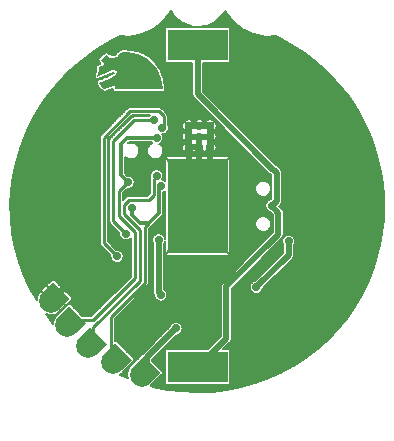
<source format=gbl>
G04 DipTrace 2.4.0.2*
%INcircle.gbl*%
%MOMM*%
%ADD13C,0.508*%
%ADD15C,0.254*%
%ADD16C,0.305*%
%ADD18C,0.152*%
%ADD25C,0.711*%
%ADD37R,5.08X2.6*%
%ADD38R,5.08X8.0*%
%ADD43C,2.0*%
%ADD45C,0.711*%
%FSLAX53Y53*%
G04*
G71*
G90*
G75*
G01*
%LNBottom*%
%LPD*%
X34305Y23486D2*
D13*
Y22346D1*
X31569Y19609D1*
X23307Y23620D2*
Y19130D1*
X23477Y18961D1*
X21854Y12189D2*
X22296Y12631D1*
Y13670D1*
X24762Y16136D1*
X28768Y26485D2*
X26618D1*
X26738Y32361D2*
Y26605D1*
X26618Y26485D1*
X26738Y32361D2*
Y31461D1*
X25838D1*
Y32361D1*
Y33261D1*
X26738D1*
X27638D1*
Y32361D1*
Y31461D1*
X28788Y23319D2*
Y24315D1*
X26618Y26485D1*
X27183Y29351D2*
Y27051D1*
X26618Y26485D1*
X26738Y31461D2*
Y29796D1*
X27183Y29351D1*
X26738Y32361D2*
X25838D1*
Y27265D1*
X26618Y26485D1*
X27638Y32361D2*
Y27505D1*
X26618Y26485D1*
X27638Y32361D2*
X26738D1*
X25116Y23515D2*
Y24984D1*
X26618Y26485D1*
X14174Y18462D2*
X14616Y18904D1*
X17965Y22334D2*
Y22253D1*
X14616Y18904D1*
X21029Y26342D2*
D16*
Y25766D1*
X21712Y25083D1*
X22513D1*
X23337Y25908D1*
Y27992D1*
X23524Y28179D1*
X19898Y13728D2*
D15*
X19250D1*
Y17086D1*
X22168Y20003D1*
Y24738D1*
X22513Y25083D1*
X19456Y13286D2*
D13*
X19898Y13728D1*
X23125Y32268D2*
D16*
X20652D1*
X20110Y31726D1*
Y29099D1*
X20707Y28501D1*
X16004Y16859D2*
D15*
X17745D1*
X21264Y20377D1*
Y24324D1*
X19952Y25636D1*
Y27746D1*
X20707Y28501D1*
X15562Y16417D2*
D13*
X16004Y16859D1*
X17761Y15064D2*
D15*
Y16249D1*
X21684Y20172D1*
Y24495D1*
X20358Y25820D1*
Y26594D1*
X20791Y27027D1*
X22484D1*
X22877Y27420D1*
Y28798D1*
X23130Y29051D1*
X17319Y14622D2*
D13*
X17761Y15064D1*
X26618Y40125D2*
Y35929D1*
X32983Y29563D1*
X33035D1*
X33296Y29303D1*
Y26936D1*
X32888Y26528D1*
Y26461D1*
X33427Y25921D1*
Y24068D1*
X29041Y19681D1*
Y15268D1*
X26618Y12845D1*
X22911Y33741D2*
D15*
X21211D1*
X19452Y31982D1*
Y25213D1*
X20517Y24148D1*
X23597Y33115D2*
Y33204D1*
X23716Y33323D1*
Y34120D1*
X23320Y34516D1*
X20892D1*
X18647Y32271D1*
Y23353D1*
X19772Y22227D1*
D45*
X28768Y26485D3*
X21029Y26342D3*
X20707Y28501D3*
X23125Y32268D3*
X23524Y28179D3*
X27183Y29351D3*
X31569Y19609D3*
X33370Y19850D3*
X28788Y23319D3*
X34305Y23486D3*
X32888Y26528D3*
X20517Y24148D3*
X19772Y22227D3*
X23307Y23620D3*
X25116Y23515D3*
X23477Y18961D3*
X23597Y33115D3*
X22911Y33741D3*
X23130Y29051D3*
X17965Y22334D3*
X24762Y16136D3*
X24181Y42787D2*
D18*
X24439D1*
X28796D2*
X29054D1*
X24069Y42638D2*
X24551D1*
X28687D2*
X29166D1*
X23957Y42489D2*
X24677D1*
X28558D2*
X29278D1*
X23848Y42340D2*
X24827D1*
X28408D2*
X29387D1*
X23734Y42191D2*
X25003D1*
X28232D2*
X29501D1*
X23553Y42042D2*
X25218D1*
X28017D2*
X29682D1*
X23372Y41893D2*
X25491D1*
X27744D2*
X29863D1*
X23191Y41744D2*
X25894D1*
X27344D2*
X30044D1*
X23007Y41595D2*
X23853D1*
X29382D2*
X30225D1*
X22772Y41446D2*
X23853D1*
X29382D2*
X30463D1*
X22460Y41297D2*
X23853D1*
X29382D2*
X30775D1*
X22148Y41148D2*
X23853D1*
X29382D2*
X31087D1*
X21717Y40999D2*
X23853D1*
X29382D2*
X31518D1*
X20047Y40849D2*
X20169D1*
X20990D2*
X23853D1*
X29382D2*
X32242D1*
X33056D2*
X33188D1*
X19743Y40700D2*
X23853D1*
X29382D2*
X33492D1*
X19438Y40551D2*
X23853D1*
X29382D2*
X33797D1*
X19162Y40402D2*
X23853D1*
X29382D2*
X34081D1*
X18897Y40253D2*
X23853D1*
X29382D2*
X34340D1*
X18635Y40104D2*
X23853D1*
X29382D2*
X34602D1*
X18390Y39955D2*
X23853D1*
X29382D2*
X34859D1*
X18159Y39806D2*
X23853D1*
X29382D2*
X35083D1*
X17928Y39657D2*
X20046D1*
X21224D2*
X23853D1*
X29382D2*
X35309D1*
X17702Y39508D2*
X18822D1*
X18995D2*
X19815D1*
X21783D2*
X23853D1*
X29382D2*
X35536D1*
X17497Y39359D2*
X18614D1*
X19173D2*
X19667D1*
X22105D2*
X23853D1*
X29382D2*
X35750D1*
X17295Y39210D2*
X18436D1*
X22369D2*
X23853D1*
X29382D2*
X35947D1*
X17090Y39061D2*
X18255D1*
X22610D2*
X23853D1*
X29382D2*
X36145D1*
X16895Y38912D2*
X18167D1*
X22760D2*
X23853D1*
X29382D2*
X36340D1*
X16716Y38763D2*
X18193D1*
X22912D2*
X23853D1*
X29382D2*
X36533D1*
X16535Y38613D2*
X18291D1*
X23048D2*
X26139D1*
X27096D2*
X36705D1*
X16354Y38464D2*
X18176D1*
X23169D2*
X26139D1*
X27096D2*
X36879D1*
X16180Y38315D2*
X17993D1*
X23291D2*
X26139D1*
X27096D2*
X37050D1*
X16021Y38166D2*
X17979D1*
X23405D2*
X26139D1*
X27096D2*
X37224D1*
X15861Y38017D2*
X17993D1*
X23467D2*
X26139D1*
X27096D2*
X37381D1*
X15702Y37868D2*
X17967D1*
X23526D2*
X26139D1*
X27096D2*
X37531D1*
X15540Y37719D2*
X17926D1*
X19385D2*
X19466D1*
X23588D2*
X26139D1*
X27096D2*
X37683D1*
X15397Y37570D2*
X17886D1*
X19028D2*
X19193D1*
X23648D2*
X26139D1*
X27096D2*
X37836D1*
X15256Y37421D2*
X17860D1*
X18673D2*
X18893D1*
X23710D2*
X26139D1*
X27096D2*
X37986D1*
X15113Y37272D2*
X17936D1*
X18319D2*
X18533D1*
X23743D2*
X26139D1*
X27096D2*
X38122D1*
X14971Y37123D2*
X18174D1*
X23765D2*
X26139D1*
X27096D2*
X38255D1*
X14835Y36974D2*
X18026D1*
X23788D2*
X26139D1*
X27096D2*
X38388D1*
X14709Y36825D2*
X18026D1*
X23810D2*
X26139D1*
X27096D2*
X38522D1*
X14582Y36676D2*
X18098D1*
X23834D2*
X26139D1*
X27096D2*
X38655D1*
X14456Y36527D2*
X18171D1*
X23855D2*
X26139D1*
X27096D2*
X38774D1*
X14330Y36377D2*
X18326D1*
X23879D2*
X26139D1*
X27096D2*
X38891D1*
X14211Y36228D2*
X18502D1*
X18995D2*
X19422D1*
X23834D2*
X26139D1*
X27096D2*
X39007D1*
X14099Y36079D2*
X26139D1*
X27136D2*
X39124D1*
X13987Y35930D2*
X26139D1*
X27286D2*
X39241D1*
X13875Y35781D2*
X26163D1*
X27436D2*
X39350D1*
X13763Y35632D2*
X26246D1*
X27584D2*
X39453D1*
X13656Y35483D2*
X26394D1*
X27734D2*
X39555D1*
X13556Y35334D2*
X26542D1*
X27882D2*
X39657D1*
X13458Y35185D2*
X26692D1*
X28032D2*
X39760D1*
X13358Y35036D2*
X26842D1*
X28182D2*
X39862D1*
X13261Y34887D2*
X26989D1*
X28329D2*
X39953D1*
X13163Y34738D2*
X20624D1*
X23588D2*
X27139D1*
X28479D2*
X40041D1*
X13077Y34589D2*
X20474D1*
X23738D2*
X27287D1*
X28627D2*
X40129D1*
X12989Y34440D2*
X20324D1*
X23886D2*
X27437D1*
X28777D2*
X40217D1*
X12904Y34291D2*
X20176D1*
X24019D2*
X27587D1*
X28927D2*
X40308D1*
X12818Y34141D2*
X20026D1*
X21007D2*
X22498D1*
X24067D2*
X27735D1*
X29075D2*
X40396D1*
X12730Y33992D2*
X19879D1*
X20859D2*
X20974D1*
X24067D2*
X27885D1*
X29225D2*
X40472D1*
X12651Y33843D2*
X19729D1*
X20709D2*
X20824D1*
X24067D2*
X28032D1*
X29372D2*
X40548D1*
X12575Y33694D2*
X19579D1*
X20559D2*
X20674D1*
X24067D2*
X25460D1*
X26215D2*
X26361D1*
X27115D2*
X27261D1*
X28015D2*
X28182D1*
X29522D2*
X40624D1*
X12499Y33545D2*
X19431D1*
X20412D2*
X20524D1*
X24067D2*
X25334D1*
X28141D2*
X28332D1*
X29672D2*
X40700D1*
X12425Y33396D2*
X19281D1*
X20262D2*
X20376D1*
X24100D2*
X25275D1*
X28201D2*
X28480D1*
X29820D2*
X40777D1*
X12349Y33247D2*
X19133D1*
X20114D2*
X20226D1*
X24160D2*
X25258D1*
X28217D2*
X28630D1*
X29970D2*
X40853D1*
X12275Y33098D2*
X18983D1*
X19964D2*
X20079D1*
X24176D2*
X25282D1*
X28194D2*
X28778D1*
X30118D2*
X40917D1*
X12208Y32949D2*
X18833D1*
X19814D2*
X19929D1*
X24150D2*
X25351D1*
X28122D2*
X28928D1*
X30268D2*
X40984D1*
X12144Y32800D2*
X18686D1*
X19666D2*
X19779D1*
X24081D2*
X25468D1*
X28008D2*
X29078D1*
X30418D2*
X41048D1*
X12080Y32651D2*
X18536D1*
X19516D2*
X19630D1*
X23934D2*
X25339D1*
X28137D2*
X29225D1*
X30565D2*
X41112D1*
X12015Y32502D2*
X18388D1*
X19369D2*
X19482D1*
X23655D2*
X25275D1*
X28198D2*
X29375D1*
X30715D2*
X41177D1*
X11951Y32353D2*
X18305D1*
X19219D2*
X19334D1*
X23698D2*
X25258D1*
X28217D2*
X29523D1*
X30863D2*
X41241D1*
X11887Y32204D2*
X18295D1*
X19069D2*
X19183D1*
X23700D2*
X25279D1*
X28196D2*
X29673D1*
X31013D2*
X41298D1*
X11832Y32055D2*
X18295D1*
X18997D2*
X19110D1*
X23662D2*
X25349D1*
X28127D2*
X29823D1*
X31163D2*
X41351D1*
X11777Y31905D2*
X18295D1*
X18997D2*
X19102D1*
X20817D2*
X22677D1*
X23574D2*
X25475D1*
X28001D2*
X29971D1*
X31311D2*
X41405D1*
X11723Y31756D2*
X18295D1*
X18997D2*
X19102D1*
X21352D2*
X22615D1*
X23384D2*
X25341D1*
X28134D2*
X30121D1*
X31461D2*
X41458D1*
X11670Y31607D2*
X18295D1*
X18997D2*
X19102D1*
X21526D2*
X22441D1*
X23557D2*
X25277D1*
X28198D2*
X30268D1*
X31608D2*
X41510D1*
X11615Y31458D2*
X18295D1*
X18997D2*
X19102D1*
X21621D2*
X22346D1*
X23655D2*
X25258D1*
X28217D2*
X30418D1*
X31758D2*
X41565D1*
X11561Y31309D2*
X18295D1*
X18997D2*
X19102D1*
X21674D2*
X22293D1*
X23707D2*
X25279D1*
X28196D2*
X30568D1*
X31908D2*
X41615D1*
X11518Y31160D2*
X18295D1*
X18997D2*
X19102D1*
X21693D2*
X22274D1*
X23724D2*
X25344D1*
X28132D2*
X30716D1*
X32056D2*
X41658D1*
X11473Y31011D2*
X18295D1*
X18997D2*
X19102D1*
X21679D2*
X22289D1*
X23710D2*
X25482D1*
X26193D2*
X26382D1*
X27094D2*
X27282D1*
X27994D2*
X30866D1*
X32206D2*
X41701D1*
X11427Y30862D2*
X18295D1*
X18997D2*
X19102D1*
X21631D2*
X22336D1*
X23662D2*
X31014D1*
X32354D2*
X41743D1*
X11382Y30713D2*
X18295D1*
X18997D2*
X19102D1*
X21540D2*
X22427D1*
X23574D2*
X31164D1*
X32504D2*
X41786D1*
X11339Y30564D2*
X18295D1*
X18997D2*
X19102D1*
X21381D2*
X22586D1*
X23414D2*
X23853D1*
X29382D2*
X31314D1*
X32654D2*
X41829D1*
X11294Y30415D2*
X18295D1*
X18997D2*
X19102D1*
X20486D2*
X23853D1*
X29382D2*
X31461D1*
X32801D2*
X41872D1*
X11258Y30266D2*
X18295D1*
X18997D2*
X19102D1*
X20486D2*
X23853D1*
X29382D2*
X31611D1*
X32951D2*
X41908D1*
X11222Y30117D2*
X18295D1*
X18997D2*
X19102D1*
X20486D2*
X23853D1*
X29382D2*
X31759D1*
X33099D2*
X41941D1*
X11189Y29968D2*
X18295D1*
X18997D2*
X19102D1*
X20486D2*
X23853D1*
X29382D2*
X31909D1*
X33275D2*
X41974D1*
X11153Y29819D2*
X18295D1*
X18997D2*
X19102D1*
X20486D2*
X23853D1*
X29382D2*
X32059D1*
X33449D2*
X42005D1*
X11118Y29669D2*
X18295D1*
X18997D2*
X19102D1*
X20486D2*
X23853D1*
X29382D2*
X32207D1*
X33599D2*
X42039D1*
X11082Y29520D2*
X18295D1*
X18997D2*
X19102D1*
X20486D2*
X22801D1*
X23457D2*
X23853D1*
X29382D2*
X32357D1*
X33721D2*
X42072D1*
X11053Y29371D2*
X18295D1*
X18997D2*
X19102D1*
X20486D2*
X22651D1*
X23610D2*
X23853D1*
X29382D2*
X32504D1*
X33768D2*
X42103D1*
X11030Y29222D2*
X18295D1*
X18997D2*
X19102D1*
X20512D2*
X22577D1*
X23684D2*
X23853D1*
X29382D2*
X32654D1*
X33775D2*
X42127D1*
X11003Y29073D2*
X18295D1*
X18997D2*
X19102D1*
X20662D2*
X22551D1*
X23710D2*
X23853D1*
X29382D2*
X32819D1*
X33775D2*
X42151D1*
X10977Y28924D2*
X18295D1*
X18997D2*
X19102D1*
X21098D2*
X22551D1*
X23695D2*
X23853D1*
X29382D2*
X32819D1*
X33775D2*
X42172D1*
X10951Y28775D2*
X18295D1*
X18997D2*
X19102D1*
X21217D2*
X22527D1*
X23638D2*
X23853D1*
X29382D2*
X32819D1*
X33775D2*
X42196D1*
X10925Y28626D2*
X18295D1*
X18997D2*
X19102D1*
X21274D2*
X22527D1*
X29382D2*
X31999D1*
X32287D2*
X32819D1*
X33775D2*
X42217D1*
X10903Y28477D2*
X18295D1*
X18997D2*
X19102D1*
X21286D2*
X22527D1*
X29382D2*
X31687D1*
X32601D2*
X32819D1*
X33775D2*
X42241D1*
X10887Y28328D2*
X18295D1*
X18997D2*
X19102D1*
X21259D2*
X22527D1*
X29382D2*
X31556D1*
X32732D2*
X32818D1*
X33775D2*
X42260D1*
X10868Y28179D2*
X18295D1*
X18997D2*
X19102D1*
X21186D2*
X22527D1*
X29382D2*
X31483D1*
X33775D2*
X42274D1*
X10851Y28030D2*
X18295D1*
X18997D2*
X19102D1*
X21033D2*
X22527D1*
X29382D2*
X31449D1*
X33775D2*
X42286D1*
X10834Y27881D2*
X18295D1*
X18997D2*
X19102D1*
X20576D2*
X22527D1*
X29382D2*
X31447D1*
X33775D2*
X42301D1*
X10818Y27732D2*
X18295D1*
X18997D2*
X19102D1*
X20428D2*
X22527D1*
X29382D2*
X31480D1*
X33775D2*
X42313D1*
X10801Y27583D2*
X18295D1*
X18997D2*
X19102D1*
X20302D2*
X22527D1*
X23715D2*
X23853D1*
X29382D2*
X31554D1*
X32735D2*
X32818D1*
X33775D2*
X42324D1*
X10794Y27433D2*
X18295D1*
X18997D2*
X19102D1*
X20302D2*
X22401D1*
X23715D2*
X23853D1*
X29382D2*
X31685D1*
X32604D2*
X32819D1*
X33775D2*
X42339D1*
X10787Y27284D2*
X18295D1*
X18997D2*
X19102D1*
X20302D2*
X20560D1*
X23715D2*
X23853D1*
X29382D2*
X31985D1*
X32301D2*
X32819D1*
X33775D2*
X42348D1*
X10777Y27135D2*
X18295D1*
X18997D2*
X19102D1*
X20302D2*
X20410D1*
X23715D2*
X23853D1*
X29382D2*
X32819D1*
X33775D2*
X42351D1*
X10770Y26986D2*
X18295D1*
X18997D2*
X19102D1*
X23715D2*
X23853D1*
X29382D2*
X32542D1*
X33775D2*
X42353D1*
X10761Y26837D2*
X18295D1*
X18997D2*
X19102D1*
X23715D2*
X23853D1*
X29382D2*
X32399D1*
X33763D2*
X42358D1*
X10753Y26688D2*
X18295D1*
X18997D2*
X19102D1*
X23715D2*
X23853D1*
X29382D2*
X32330D1*
X33701D2*
X42360D1*
X10756Y26539D2*
X18295D1*
X18997D2*
X19102D1*
X23715D2*
X23853D1*
X29382D2*
X32309D1*
X33568D2*
X42365D1*
X10763Y26390D2*
X18295D1*
X18997D2*
X19102D1*
X23715D2*
X23853D1*
X29382D2*
X32326D1*
X33628D2*
X42367D1*
X10768Y26241D2*
X18295D1*
X18997D2*
X19102D1*
X23715D2*
X23853D1*
X29382D2*
X32385D1*
X33778D2*
X42365D1*
X10772Y26092D2*
X18295D1*
X18997D2*
X19102D1*
X23715D2*
X23853D1*
X29382D2*
X32514D1*
X33873D2*
X42358D1*
X10777Y25943D2*
X18295D1*
X18997D2*
X19102D1*
X23715D2*
X23853D1*
X29382D2*
X32735D1*
X33904D2*
X42353D1*
X10784Y25794D2*
X18295D1*
X18997D2*
X19102D1*
X23695D2*
X23853D1*
X29382D2*
X32885D1*
X33906D2*
X42346D1*
X10789Y25645D2*
X18295D1*
X18997D2*
X19102D1*
X23600D2*
X23853D1*
X29382D2*
X32949D1*
X33906D2*
X42339D1*
X10794Y25496D2*
X18295D1*
X18997D2*
X19102D1*
X23450D2*
X23853D1*
X29382D2*
X31711D1*
X32578D2*
X32949D1*
X33906D2*
X42334D1*
X10806Y25347D2*
X18295D1*
X18997D2*
X19102D1*
X23303D2*
X23853D1*
X29382D2*
X31568D1*
X32720D2*
X32949D1*
X33906D2*
X42327D1*
X10822Y25197D2*
X18295D1*
X18997D2*
X19102D1*
X23153D2*
X23853D1*
X29382D2*
X31490D1*
X32799D2*
X32949D1*
X33906D2*
X42315D1*
X10839Y25048D2*
X18295D1*
X18997D2*
X19143D1*
X23005D2*
X23853D1*
X29382D2*
X31452D1*
X32837D2*
X32949D1*
X33906D2*
X42298D1*
X10856Y24899D2*
X18295D1*
X18997D2*
X19276D1*
X22855D2*
X23853D1*
X29382D2*
X31447D1*
X32842D2*
X32949D1*
X33906D2*
X42282D1*
X10875Y24750D2*
X18295D1*
X18997D2*
X19424D1*
X22669D2*
X23853D1*
X29382D2*
X31476D1*
X32813D2*
X32949D1*
X33906D2*
X42265D1*
X10891Y24601D2*
X18295D1*
X18997D2*
X19574D1*
X22522D2*
X23853D1*
X29382D2*
X31542D1*
X32747D2*
X32949D1*
X33906D2*
X42251D1*
X10908Y24452D2*
X18295D1*
X18997D2*
X19722D1*
X22519D2*
X23853D1*
X29382D2*
X31664D1*
X32625D2*
X32949D1*
X33906D2*
X42234D1*
X10925Y24303D2*
X18295D1*
X18997D2*
X19872D1*
X22519D2*
X23853D1*
X29382D2*
X31916D1*
X32370D2*
X32949D1*
X33906D2*
X42217D1*
X10946Y24154D2*
X18295D1*
X18997D2*
X19938D1*
X22519D2*
X23108D1*
X23507D2*
X23853D1*
X29382D2*
X32842D1*
X33906D2*
X42194D1*
X10975Y24005D2*
X18295D1*
X18997D2*
X19955D1*
X22519D2*
X22879D1*
X23736D2*
X23853D1*
X29382D2*
X32695D1*
X33902D2*
X34069D1*
X34542D2*
X42167D1*
X11003Y23856D2*
X18295D1*
X18997D2*
X20019D1*
X22519D2*
X22779D1*
X29382D2*
X32545D1*
X34747D2*
X42141D1*
X11032Y23707D2*
X18295D1*
X18997D2*
X20150D1*
X22519D2*
X22734D1*
X29382D2*
X32397D1*
X34840D2*
X42115D1*
X11061Y23558D2*
X18295D1*
X18997D2*
X20912D1*
X22519D2*
X22732D1*
X29382D2*
X32247D1*
X33587D2*
X33731D1*
X34880D2*
X42091D1*
X11092Y23409D2*
X18295D1*
X19081D2*
X20912D1*
X22519D2*
X22770D1*
X29382D2*
X32097D1*
X33437D2*
X33731D1*
X34880D2*
X42065D1*
X11120Y23260D2*
X18310D1*
X19231D2*
X20912D1*
X22519D2*
X22829D1*
X29382D2*
X31949D1*
X33290D2*
X33773D1*
X34837D2*
X42036D1*
X11149Y23111D2*
X18400D1*
X19381D2*
X20912D1*
X22519D2*
X22829D1*
X29382D2*
X31799D1*
X33140D2*
X33826D1*
X34783D2*
X42001D1*
X11180Y22961D2*
X18548D1*
X19528D2*
X20912D1*
X22519D2*
X22829D1*
X29382D2*
X31652D1*
X32992D2*
X33826D1*
X34783D2*
X41965D1*
X11220Y22812D2*
X18698D1*
X19678D2*
X20912D1*
X22519D2*
X22829D1*
X29382D2*
X31502D1*
X32842D2*
X33826D1*
X34783D2*
X41929D1*
X11261Y22663D2*
X18845D1*
X20147D2*
X20912D1*
X22519D2*
X22829D1*
X29382D2*
X31352D1*
X32692D2*
X33826D1*
X34783D2*
X41893D1*
X11303Y22514D2*
X18995D1*
X20274D2*
X20912D1*
X22519D2*
X22829D1*
X29382D2*
X31204D1*
X32544D2*
X33804D1*
X34783D2*
X41858D1*
X11344Y22365D2*
X19145D1*
X20336D2*
X20912D1*
X22519D2*
X22829D1*
X29382D2*
X31054D1*
X32394D2*
X33654D1*
X34783D2*
X41822D1*
X11387Y22216D2*
X19193D1*
X20352D2*
X20912D1*
X22519D2*
X22829D1*
X23786D2*
X30906D1*
X32247D2*
X33504D1*
X34764D2*
X41782D1*
X11427Y22067D2*
X19217D1*
X20328D2*
X20912D1*
X22519D2*
X22829D1*
X23786D2*
X30756D1*
X32097D2*
X33357D1*
X34690D2*
X41734D1*
X11468Y21918D2*
X19286D1*
X20259D2*
X20912D1*
X22519D2*
X22829D1*
X23786D2*
X30606D1*
X31947D2*
X33207D1*
X34547D2*
X41689D1*
X11511Y21769D2*
X19429D1*
X20116D2*
X20912D1*
X22519D2*
X22829D1*
X23786D2*
X30459D1*
X31799D2*
X33059D1*
X34399D2*
X41643D1*
X11565Y21620D2*
X20912D1*
X22519D2*
X22829D1*
X23786D2*
X30309D1*
X31649D2*
X32909D1*
X34249D2*
X41596D1*
X11618Y21471D2*
X20912D1*
X22519D2*
X22829D1*
X23786D2*
X30161D1*
X31501D2*
X32759D1*
X34099D2*
X41551D1*
X11673Y21322D2*
X20912D1*
X22519D2*
X22829D1*
X23786D2*
X30011D1*
X31351D2*
X32611D1*
X33952D2*
X41503D1*
X11727Y21173D2*
X20912D1*
X22519D2*
X22829D1*
X23786D2*
X29861D1*
X31201D2*
X32461D1*
X33802D2*
X41448D1*
X11782Y21024D2*
X20912D1*
X22519D2*
X22829D1*
X23786D2*
X29713D1*
X31054D2*
X32314D1*
X33654D2*
X41391D1*
X11837Y20875D2*
X20912D1*
X22519D2*
X22829D1*
X23786D2*
X29563D1*
X30904D2*
X32164D1*
X33504D2*
X41334D1*
X11889Y20725D2*
X20912D1*
X22519D2*
X22829D1*
X23786D2*
X29416D1*
X30756D2*
X32014D1*
X33354D2*
X41277D1*
X11946Y20576D2*
X20912D1*
X22519D2*
X22829D1*
X23786D2*
X29266D1*
X30606D2*
X31866D1*
X33206D2*
X41220D1*
X12015Y20427D2*
X20824D1*
X22519D2*
X22829D1*
X23786D2*
X29116D1*
X30456D2*
X31716D1*
X33056D2*
X41162D1*
X12082Y20278D2*
X20674D1*
X22519D2*
X22829D1*
X23786D2*
X28968D1*
X30308D2*
X31568D1*
X32909D2*
X41098D1*
X12151Y20129D2*
X14116D1*
X14585D2*
X20527D1*
X22519D2*
X22829D1*
X23786D2*
X28818D1*
X30158D2*
X31333D1*
X32759D2*
X41031D1*
X12218Y19980D2*
X13969D1*
X14735D2*
X20376D1*
X22517D2*
X22829D1*
X23786D2*
X28673D1*
X30011D2*
X31128D1*
X32608D2*
X40962D1*
X12287Y19831D2*
X13819D1*
X14882D2*
X20226D1*
X22472D2*
X22829D1*
X23786D2*
X28587D1*
X29861D2*
X31035D1*
X32461D2*
X40896D1*
X12354Y19682D2*
X13669D1*
X15032D2*
X20079D1*
X22336D2*
X22829D1*
X23786D2*
X28563D1*
X29711D2*
X30994D1*
X32311D2*
X40827D1*
X12423Y19533D2*
X13521D1*
X15180D2*
X19929D1*
X22188D2*
X22829D1*
X23786D2*
X28563D1*
X29563D2*
X30994D1*
X32163D2*
X40758D1*
X12499Y19384D2*
X13371D1*
X15330D2*
X19781D1*
X22038D2*
X22829D1*
X23865D2*
X28563D1*
X29520D2*
X31035D1*
X32101D2*
X40686D1*
X12582Y19235D2*
X13230D1*
X15480D2*
X19631D1*
X21888D2*
X22829D1*
X23986D2*
X28563D1*
X29520D2*
X31130D1*
X32006D2*
X40605D1*
X12663Y19086D2*
X13123D1*
X15628D2*
X19481D1*
X21740D2*
X22832D1*
X24043D2*
X28563D1*
X29520D2*
X31342D1*
X31794D2*
X40527D1*
X12746Y18937D2*
X13047D1*
X15778D2*
X19334D1*
X21590D2*
X22872D1*
X24055D2*
X28563D1*
X29520D2*
X40446D1*
X12830Y18788D2*
X12995D1*
X15925D2*
X19183D1*
X21443D2*
X22924D1*
X24029D2*
X28563D1*
X29520D2*
X40365D1*
X15990Y18639D2*
X19036D1*
X21293D2*
X22998D1*
X23955D2*
X28563D1*
X29520D2*
X40286D1*
X15928Y18489D2*
X18886D1*
X21143D2*
X23151D1*
X23803D2*
X28563D1*
X29520D2*
X40200D1*
X15778Y18340D2*
X18736D1*
X20995D2*
X28563D1*
X29520D2*
X40108D1*
X15854Y18191D2*
X18588D1*
X20845D2*
X28563D1*
X29520D2*
X40015D1*
X16016Y18042D2*
X18438D1*
X20697D2*
X28563D1*
X29520D2*
X39922D1*
X16164Y17893D2*
X18291D1*
X20547D2*
X28563D1*
X29520D2*
X39829D1*
X16314Y17744D2*
X18141D1*
X20397D2*
X28563D1*
X29520D2*
X39736D1*
X16461Y17595D2*
X17990D1*
X20250D2*
X28563D1*
X29520D2*
X39636D1*
X16611Y17446D2*
X17843D1*
X20100D2*
X28563D1*
X29520D2*
X39529D1*
X14513Y17297D2*
X14716D1*
X16761D2*
X17693D1*
X19952D2*
X28563D1*
X29520D2*
X39422D1*
X13894Y17148D2*
X14583D1*
X19802D2*
X28563D1*
X29520D2*
X39315D1*
X14011Y16999D2*
X14488D1*
X19652D2*
X28563D1*
X29520D2*
X39207D1*
X14125Y16850D2*
X14419D1*
X19602D2*
X28563D1*
X29520D2*
X39100D1*
X14242Y16701D2*
X14371D1*
X19602D2*
X28563D1*
X29520D2*
X38979D1*
X19602Y16552D2*
X24365D1*
X25160D2*
X28563D1*
X29520D2*
X38857D1*
X19602Y16403D2*
X24248D1*
X25274D2*
X28563D1*
X29520D2*
X38734D1*
X19602Y16253D2*
X24194D1*
X25329D2*
X28563D1*
X29520D2*
X38612D1*
X19602Y16104D2*
X24060D1*
X25341D2*
X28563D1*
X29520D2*
X38491D1*
X19602Y15955D2*
X23910D1*
X25312D2*
X28563D1*
X29520D2*
X38355D1*
X19602Y15806D2*
X23763D1*
X25236D2*
X28563D1*
X29520D2*
X38217D1*
X19602Y15657D2*
X23613D1*
X25077D2*
X28563D1*
X29520D2*
X38079D1*
X19602Y15508D2*
X23465D1*
X24805D2*
X28563D1*
X29520D2*
X37938D1*
X19602Y15359D2*
X23315D1*
X24655D2*
X28461D1*
X29520D2*
X37800D1*
X19602Y15210D2*
X23165D1*
X24505D2*
X28313D1*
X29515D2*
X37643D1*
X19747Y15061D2*
X23017D1*
X24357D2*
X28163D1*
X29470D2*
X37479D1*
X19909Y14912D2*
X22867D1*
X24207D2*
X28016D1*
X29353D2*
X37317D1*
X20057Y14763D2*
X22720D1*
X24060D2*
X27866D1*
X29206D2*
X37152D1*
X20207Y14614D2*
X22570D1*
X23910D2*
X27716D1*
X29056D2*
X36990D1*
X20355Y14465D2*
X22420D1*
X23760D2*
X27568D1*
X28908D2*
X36824D1*
X20505Y14316D2*
X22272D1*
X23612D2*
X23853D1*
X29382D2*
X36633D1*
X20655Y14167D2*
X22122D1*
X23462D2*
X23853D1*
X29382D2*
X36440D1*
X20802Y14017D2*
X21974D1*
X23314D2*
X23853D1*
X29382D2*
X36250D1*
X20952Y13868D2*
X21808D1*
X23164D2*
X23853D1*
X29382D2*
X36059D1*
X21100Y13719D2*
X21660D1*
X23014D2*
X23853D1*
X29382D2*
X35867D1*
X21240Y13570D2*
X21510D1*
X22867D2*
X23853D1*
X29382D2*
X35643D1*
X21267Y13421D2*
X21362D1*
X22774D2*
X23853D1*
X29382D2*
X35416D1*
X22850Y13272D2*
X23853D1*
X29382D2*
X35190D1*
X22998Y13123D2*
X23853D1*
X29382D2*
X34964D1*
X23148Y12974D2*
X23853D1*
X29382D2*
X34721D1*
X20719Y12825D2*
X20810D1*
X23295D2*
X23853D1*
X29382D2*
X34452D1*
X20571Y12676D2*
X20731D1*
X23445D2*
X23853D1*
X29382D2*
X34183D1*
X20421Y12527D2*
X20679D1*
X23595D2*
X23853D1*
X29382D2*
X33914D1*
X20269Y12378D2*
X20646D1*
X23669D2*
X23853D1*
X29382D2*
X33623D1*
X20057Y12229D2*
X20631D1*
X23617D2*
X23853D1*
X29382D2*
X33295D1*
X20259Y12080D2*
X20634D1*
X23469D2*
X23853D1*
X29382D2*
X32966D1*
X23322Y11931D2*
X23853D1*
X29382D2*
X32640D1*
X23172Y11781D2*
X23853D1*
X29382D2*
X32238D1*
X23022Y11632D2*
X23853D1*
X29382D2*
X31828D1*
X22874Y11483D2*
X23853D1*
X29382D2*
X31411D1*
X22724Y11334D2*
X30873D1*
X22891Y11185D2*
X30333D1*
X23622Y11036D2*
X29609D1*
X24536Y10887D2*
X28718D1*
X26288Y31120D2*
X26227Y31052D1*
X26156Y30995D1*
X26077Y30949D1*
X25991Y30917D1*
X25902Y30900D1*
X25811Y30897D1*
X25720Y30908D1*
X25632Y30935D1*
X25550Y30974D1*
X25476Y31027D1*
X25410Y31091D1*
X25356Y31165D1*
X25315Y31246D1*
X25287Y31333D1*
X25274Y31424D1*
X25275Y31515D1*
X25291Y31605D1*
X25322Y31691D1*
X25366Y31771D1*
X25422Y31843D1*
X25489Y31905D1*
X25497Y31911D1*
X25442Y31958D1*
X25382Y32027D1*
X25334Y32105D1*
X25299Y32189D1*
X25279Y32278D1*
X25273Y32369D1*
X25281Y32460D1*
X25305Y32549D1*
X25342Y32632D1*
X25392Y32708D1*
X25454Y32776D1*
X25497Y32811D1*
X25442Y32858D1*
X25382Y32927D1*
X25334Y33005D1*
X25299Y33089D1*
X25279Y33178D1*
X25273Y33269D1*
X25281Y33360D1*
X25305Y33449D1*
X25342Y33532D1*
X25392Y33608D1*
X25454Y33676D1*
X25526Y33732D1*
X25606Y33776D1*
X25692Y33807D1*
X25782Y33823D1*
X25873Y33825D1*
X25963Y33812D1*
X26051Y33784D1*
X26132Y33743D1*
X26206Y33689D1*
X26270Y33624D1*
X26288Y33602D1*
X26343Y33665D1*
X26413Y33723D1*
X26492Y33770D1*
X26577Y33803D1*
X26667Y33821D1*
X26758Y33825D1*
X26849Y33815D1*
X26936Y33790D1*
X27019Y33751D1*
X27094Y33699D1*
X27160Y33636D1*
X27188Y33602D1*
X27243Y33665D1*
X27313Y33723D1*
X27392Y33770D1*
X27477Y33803D1*
X27567Y33821D1*
X27658Y33825D1*
X27749Y33815D1*
X27836Y33790D1*
X27919Y33751D1*
X27994Y33699D1*
X28060Y33636D1*
X28115Y33563D1*
X28157Y33482D1*
X28186Y33395D1*
X28201Y33305D1*
Y33215D1*
X28186Y33125D1*
X28157Y33038D1*
X28114Y32958D1*
X28059Y32885D1*
X27993Y32822D1*
X27979Y32811D1*
X28050Y32747D1*
X28107Y32676D1*
X28151Y32596D1*
X28182Y32510D1*
X28199Y32420D1*
X28202Y32330D1*
X28189Y32240D1*
X28163Y32153D1*
X28122Y32071D1*
X28069Y31996D1*
X28005Y31932D1*
X27979Y31911D1*
X28050Y31847D1*
X28107Y31776D1*
X28151Y31696D1*
X28182Y31610D1*
X28199Y31520D1*
X28202Y31430D1*
X28189Y31340D1*
X28163Y31253D1*
X28122Y31171D1*
X28069Y31096D1*
X28005Y31032D1*
X27931Y30978D1*
X27849Y30937D1*
X27762Y30910D1*
X27671Y30897D1*
X27580Y30899D1*
X27490Y30916D1*
X27404Y30946D1*
X27324Y30991D1*
X27253Y31047D1*
X27187Y31120D1*
X27127Y31052D1*
X27056Y30995D1*
X26977Y30949D1*
X26891Y30917D1*
X26802Y30900D1*
X26711Y30897D1*
X26620Y30908D1*
X26532Y30935D1*
X26450Y30974D1*
X26376Y31027D1*
X26310Y31091D1*
X26287Y31120D1*
X21673Y31074D2*
X21661Y30999D1*
X21641Y30926D1*
X21613Y30855D1*
X21577Y30787D1*
X21535Y30724D1*
X21486Y30666D1*
X21431Y30613D1*
X21371Y30566D1*
X21306Y30527D1*
X21237Y30494D1*
X21165Y30469D1*
X21091Y30451D1*
X21016Y30442D1*
X20939Y30441D1*
X20864Y30448D1*
X20789Y30463D1*
X20716Y30487D1*
X20647Y30517D1*
X20581Y30555D1*
X20472Y30644D1*
X20473Y29247D1*
X20657Y29063D1*
X20712Y29066D1*
X20788Y29060D1*
X20863Y29044D1*
X20934Y29019D1*
X21002Y28983D1*
X21064Y28939D1*
X21120Y28887D1*
X21168Y28828D1*
X21208Y28764D1*
X21238Y28694D1*
X21259Y28621D1*
X21272Y28501D1*
X21267Y28425D1*
X21252Y28351D1*
X21226Y28279D1*
X21192Y28211D1*
X21148Y28148D1*
X21097Y28092D1*
X21038Y28044D1*
X20974Y28003D1*
X20905Y27972D1*
X20832Y27950D1*
X20756Y27938D1*
X20680Y27937D1*
X20622Y27940D1*
X20287Y27605D1*
X20288Y27000D1*
X20554Y27265D1*
X20613Y27312D1*
X20682Y27345D1*
X20758Y27362D1*
X20791Y27364D1*
X22346D1*
X22541Y27560D1*
Y28798D1*
X22549Y28873D1*
X22576Y28947D1*
X22566Y29029D1*
X22568Y29105D1*
X22580Y29180D1*
X22602Y29253D1*
X22634Y29322D1*
X22675Y29386D1*
X22725Y29444D1*
X22781Y29495D1*
X22844Y29538D1*
X22912Y29572D1*
X22984Y29596D1*
X23059Y29611D1*
X23135Y29616D1*
X23211Y29610D1*
X23285Y29594D1*
X23357Y29568D1*
X23425Y29533D1*
X23487Y29489D1*
X23542Y29437D1*
X23591Y29378D1*
X23630Y29313D1*
X23661Y29243D1*
X23682Y29170D1*
X23695Y29051D1*
X23690Y28975D1*
X23674Y28900D1*
X23649Y28828D1*
X23600Y28739D1*
X23679Y28722D1*
X23751Y28696D1*
X23818Y28661D1*
X23867Y28627D1*
X23868Y28799D1*
Y30694D1*
X29367D1*
Y22276D1*
X23868D1*
X23867Y23544D1*
X23852Y23470D1*
X23827Y23398D1*
X23772Y23301D1*
X23771Y19441D1*
X23833Y19399D1*
X23889Y19347D1*
X23937Y19288D1*
X23977Y19223D1*
X24008Y19153D1*
X24029Y19080D1*
X24042Y18961D1*
X24037Y18885D1*
X24021Y18810D1*
X23996Y18738D1*
X23961Y18670D1*
X23918Y18608D1*
X23867Y18552D1*
X23808Y18503D1*
X23743Y18463D1*
X23674Y18431D1*
X23601Y18410D1*
X23526Y18398D1*
X23450Y18396D1*
X23374Y18405D1*
X23300Y18424D1*
X23230Y18453D1*
X23164Y18491D1*
X23103Y18537D1*
X23050Y18591D1*
X23004Y18652D1*
X22967Y18718D1*
X22939Y18789D1*
X22919Y18879D1*
X22871Y18973D1*
X22852Y19047D1*
X22844Y19130D1*
Y23300D1*
X22797Y23378D1*
X22769Y23449D1*
X22751Y23523D1*
X22743Y23598D1*
X22745Y23674D1*
X22757Y23750D1*
X22780Y23822D1*
X22812Y23891D1*
X22853Y23956D1*
X22902Y24014D1*
X22958Y24065D1*
X23021Y24108D1*
X23089Y24142D1*
X23162Y24166D1*
X23236Y24181D1*
X23312Y24185D1*
X23388Y24179D1*
X23463Y24163D1*
X23534Y24138D1*
X23602Y24102D1*
X23664Y24058D1*
X23720Y24006D1*
X23768Y23948D1*
X23808Y23883D1*
X23838Y23813D1*
X23859Y23740D1*
X23868Y23693D1*
Y27731D1*
X23791Y27681D1*
X23696Y27642D1*
X23699Y27383D1*
Y25908D1*
X23691Y25832D1*
X23667Y25760D1*
X23637Y25705D1*
X23539Y25598D1*
X22768Y24827D1*
X22719Y24786D1*
X22643Y24738D1*
X22503Y24598D1*
X22504Y22376D1*
Y20003D1*
X22495Y19928D1*
X22470Y19856D1*
X22427Y19790D1*
X22405Y19766D1*
X19585Y16945D1*
X19587Y16400D1*
Y15079D1*
X19597Y15083D1*
X19672D1*
X19743Y15055D1*
X19834Y14971D1*
X21195Y13611D1*
X21238Y13548D1*
X21256Y13475D1*
X21246Y13400D1*
X21209Y13331D1*
X20710Y12830D1*
X20281Y12403D1*
X20164Y12306D1*
X20035Y12225D1*
X19986Y12200D1*
X20469Y11975D1*
X20680Y11898D1*
X20653Y12048D1*
X20645Y12200D1*
X20656Y12352D1*
X20686Y12501D1*
X20734Y12645D1*
X20800Y12783D1*
X20883Y12910D1*
X20982Y13027D1*
X21885Y13929D1*
X21968Y13998D1*
X24206Y16235D1*
X24234Y16338D1*
X24266Y16407D1*
X24307Y16471D1*
X24356Y16529D1*
X24413Y16580D1*
X24476Y16623D1*
X24544Y16657D1*
X24616Y16682D1*
X24691Y16696D1*
X24767Y16701D1*
X24843Y16695D1*
X24917Y16679D1*
X24989Y16653D1*
X25056Y16618D1*
X25118Y16574D1*
X25174Y16522D1*
X25222Y16463D1*
X25262Y16398D1*
X25293Y16329D1*
X25314Y16255D1*
X25327Y16136D1*
X25322Y16060D1*
X25306Y15985D1*
X25281Y15913D1*
X25246Y15846D1*
X25203Y15783D1*
X25152Y15727D1*
X25093Y15678D1*
X25028Y15638D1*
X24959Y15607D1*
X24860Y15581D1*
X23150Y13869D1*
X22757Y13476D1*
X22759Y13349D1*
X23593Y12514D1*
X23636Y12451D1*
X23654Y12378D1*
X23645Y12303D1*
X23607Y12234D1*
X23108Y11733D1*
X22680Y11305D1*
X22621Y11254D1*
X22841Y11191D1*
X23207Y11118D1*
X24054Y10945D1*
X25291Y10792D1*
X26536Y10737D1*
X27781Y10779D1*
X29019Y10919D1*
X30242Y11156D1*
X31443Y11487D1*
X32614Y11912D1*
X33749Y12428D1*
X34839Y13030D1*
X35879Y13717D1*
X36862Y14482D1*
X37781Y15322D1*
X38472Y16064D1*
X39118Y16852D1*
X39711Y17680D1*
X40250Y18545D1*
X40733Y19442D1*
X41156Y20369D1*
X41519Y21321D1*
X41820Y22294D1*
X42058Y23285D1*
X42232Y24289D1*
X42341Y25302D1*
X42384Y26320D1*
X42362Y27339D1*
X42274Y28354D1*
X42122Y29361D1*
X41904Y30356D1*
X41624Y31336D1*
X41281Y32295D1*
X40876Y33230D1*
X40413Y34138D1*
X39892Y35013D1*
X39316Y35854D1*
X38687Y36655D1*
X38008Y37415D1*
X37282Y38129D1*
X36511Y38795D1*
X35698Y39410D1*
X34848Y39972D1*
X33964Y40478D1*
X33192Y40855D1*
X32387Y40824D1*
X31332Y41041D1*
X31247Y41078D1*
X30340Y41514D1*
X29505Y42203D1*
X28912Y42999D1*
X28806Y42826D1*
X28672Y42640D1*
X28523Y42467D1*
X28359Y42308D1*
X28182Y42164D1*
X27993Y42036D1*
X27793Y41924D1*
X27585Y41831D1*
X27369Y41756D1*
X27147Y41700D1*
X26922Y41663D1*
X26694Y41647D1*
X26465Y41650D1*
X26238Y41673D1*
X26013Y41716D1*
X25794Y41779D1*
X25580Y41860D1*
X25374Y41959D1*
X25178Y42077D1*
X24993Y42210D1*
X24820Y42360D1*
X24661Y42524D1*
X24516Y42701D1*
X24388Y42890D1*
X24325Y42999D1*
X23730Y42203D1*
X23659Y42141D1*
X22880Y41504D1*
X21902Y41040D1*
X20841Y40824D1*
X20043Y40855D1*
X19340Y40511D1*
X18513Y40044D1*
X17715Y39529D1*
X16949Y38968D1*
X16218Y38363D1*
X15523Y37716D1*
X14867Y37029D1*
X14253Y36305D1*
X13683Y35546D1*
X13158Y34754D1*
X12681Y33934D1*
X12253Y33086D1*
X11876Y32215D1*
X11551Y31323D1*
X11278Y30413D1*
X11060Y29489D1*
X10897Y28553D1*
X10789Y27610D1*
X10737Y26675D1*
X10781Y25434D1*
X10922Y24196D1*
X11161Y22973D1*
X11494Y21772D1*
X11920Y20602D1*
X12437Y19468D1*
X12966Y18518D1*
X12980Y18655D1*
X13010Y18788D1*
X13054Y18918D1*
X13113Y19042D1*
X13185Y19158D1*
X13271Y19266D1*
X13448Y19446D1*
X14226Y20221D1*
X14279Y20249D1*
X14339Y20262D1*
X14399Y20256D1*
X14456Y20234D1*
X14503Y20196D1*
X15933Y18763D1*
X15962Y18710D1*
X15974Y18650D1*
X15968Y18590D1*
X15946Y18533D1*
X15908Y18486D1*
X14977Y17558D1*
X14870Y17473D1*
X14753Y17400D1*
X14629Y17341D1*
X14500Y17297D1*
X14366Y17268D1*
X14229Y17254D1*
X14092Y17255D1*
X13956Y17272D1*
X13823Y17304D1*
X13732Y17335D1*
X14358Y16534D1*
X14376Y16655D1*
X14416Y16802D1*
X14473Y16943D1*
X14548Y17076D1*
X14639Y17198D1*
X14761Y17326D1*
X15591Y18156D1*
X15653Y18199D1*
X15727Y18217D1*
X15802Y18207D1*
X15870Y18170D1*
X16372Y17671D1*
X16848Y17194D1*
X17607Y17195D1*
X20927Y20516D1*
X20928Y23761D1*
X20849Y23690D1*
X20784Y23650D1*
X20715Y23618D1*
X20642Y23597D1*
X20567Y23585D1*
X20490Y23583D1*
X20415Y23592D1*
X20341Y23611D1*
X20270Y23640D1*
X20204Y23678D1*
X20144Y23724D1*
X20090Y23778D1*
X20045Y23839D1*
X20007Y23905D1*
X19979Y23976D1*
X19961Y24050D1*
X19953Y24126D1*
X19960Y24232D1*
X19795Y24395D1*
X19214Y24976D1*
X19167Y25035D1*
X19134Y25104D1*
X19118Y25180D1*
X19116Y25213D1*
Y31982D1*
X19124Y32057D1*
X19150Y32129D1*
X19192Y32195D1*
X19214Y32219D1*
X20973Y33979D1*
X21033Y34026D1*
X21101Y34059D1*
X21178Y34075D1*
X21211Y34077D1*
X22457D1*
X22505Y34134D1*
X22557Y34180D1*
X21031D1*
X18983Y32131D1*
Y23492D1*
X19691Y22784D1*
X19777Y22792D1*
X19853Y22787D1*
X19928Y22771D1*
X19999Y22745D1*
X20067Y22709D1*
X20129Y22666D1*
X20185Y22614D1*
X20233Y22555D1*
X20273Y22490D1*
X20304Y22420D1*
X20325Y22347D1*
X20337Y22227D1*
X20332Y22151D1*
X20317Y22077D1*
X20292Y22005D1*
X20257Y21937D1*
X20214Y21875D1*
X20162Y21819D1*
X20104Y21770D1*
X20039Y21729D1*
X19970Y21698D1*
X19897Y21676D1*
X19822Y21665D1*
X19745Y21663D1*
X19670Y21672D1*
X19596Y21691D1*
X19525Y21719D1*
X19459Y21757D1*
X19399Y21804D1*
X19345Y21858D1*
X19300Y21919D1*
X19262Y21985D1*
X19234Y22056D1*
X19216Y22130D1*
X19208Y22205D1*
X19215Y22312D1*
X19050Y22475D1*
X18409Y23115D1*
X18362Y23175D1*
X18329Y23243D1*
X18312Y23320D1*
X18311Y23353D1*
Y32271D1*
X18319Y32347D1*
X18344Y32418D1*
X18387Y32484D1*
X18409Y32509D1*
X20654Y34754D1*
X20713Y34801D1*
X20782Y34834D1*
X20858Y34850D1*
X20892Y34852D1*
X23320D1*
X23395Y34844D1*
X23467Y34818D1*
X23533Y34776D1*
X23558Y34754D1*
X23954Y34358D1*
X24001Y34298D1*
X24034Y34230D1*
X24050Y34153D1*
X24052Y34120D1*
Y33446D1*
X24097Y33377D1*
X24128Y33307D1*
X24149Y33234D1*
X24161Y33115D1*
X24156Y33039D1*
X24141Y32964D1*
X24116Y32892D1*
X24081Y32824D1*
X24038Y32762D1*
X23986Y32706D1*
X23928Y32657D1*
X23863Y32617D1*
X23794Y32585D1*
X23721Y32564D1*
X23615Y32551D1*
X23656Y32460D1*
X23677Y32387D1*
X23690Y32268D1*
X23685Y32192D1*
X23669Y32117D1*
X23644Y32045D1*
X23610Y31977D1*
X23566Y31915D1*
X23515Y31859D1*
X23456Y31810D1*
X23368Y31759D1*
X23433Y31713D1*
X23490Y31663D1*
X23543Y31607D1*
X23588Y31547D1*
X23627Y31481D1*
X23659Y31412D1*
X23684Y31340D1*
X23700Y31265D1*
X23709Y31150D1*
X23705Y31074D1*
X23693Y30999D1*
X23673Y30926D1*
X23645Y30855D1*
X23609Y30787D1*
X23567Y30724D1*
X23518Y30666D1*
X23463Y30613D1*
X23403Y30566D1*
X23338Y30527D1*
X23269Y30494D1*
X23197Y30469D1*
X23123Y30451D1*
X23048Y30442D1*
X22971Y30441D1*
X22896Y30448D1*
X22821Y30463D1*
X22748Y30487D1*
X22679Y30517D1*
X22613Y30555D1*
X22551Y30600D1*
X22495Y30652D1*
X22444Y30708D1*
X22400Y30771D1*
X22363Y30837D1*
X22333Y30907D1*
X22311Y30980D1*
X22296Y31055D1*
X22290Y31131D1*
X22292Y31207D1*
X22302Y31282D1*
X22320Y31356D1*
X22346Y31428D1*
X22380Y31496D1*
X22421Y31561D1*
X22468Y31620D1*
X22521Y31675D1*
X22580Y31723D1*
X22644Y31764D1*
X22712Y31799D1*
X22776Y31824D1*
X22698Y31898D1*
X22691Y31907D1*
X21906Y31906D1*
X20800Y31904D1*
X20704Y31808D1*
X20825Y31845D1*
X20900Y31857D1*
X20976Y31860D1*
X21052Y31855D1*
X21127Y31842D1*
X21200Y31821D1*
X21271Y31792D1*
X21338Y31756D1*
X21401Y31713D1*
X21458Y31663D1*
X21511Y31607D1*
X21556Y31547D1*
X21595Y31481D1*
X21627Y31412D1*
X21652Y31340D1*
X21668Y31265D1*
X21677Y31150D1*
X21673Y31074D1*
X23945Y14354D2*
X27475Y14358D1*
X28578Y15461D1*
X28577Y19681D1*
X28584Y19757D1*
X28602Y19831D1*
X28633Y19901D1*
X28674Y19965D1*
X28713Y20009D1*
X32965Y24261D1*
X32964Y25728D1*
X32697Y25996D1*
X32641Y26020D1*
X32575Y26057D1*
X32514Y26104D1*
X32461Y26158D1*
X32415Y26219D1*
X32377Y26285D1*
X32349Y26356D1*
X32331Y26430D1*
X32323Y26506D1*
X32325Y26582D1*
X32338Y26657D1*
X32360Y26730D1*
X32392Y26799D1*
X32433Y26863D1*
X32482Y26921D1*
X32539Y26972D1*
X32602Y27015D1*
X32670Y27049D1*
X32742Y27073D1*
X32786Y27082D1*
X32834Y27130D1*
X32833Y27851D1*
Y29110D1*
X32720Y29182D1*
X32656Y29236D1*
X26290Y35601D1*
X26241Y35659D1*
X26202Y35725D1*
X26174Y35796D1*
X26158Y35870D1*
X26154Y35929D1*
Y38617D1*
X24871Y38616D1*
X23868D1*
Y41634D1*
X29367D1*
Y38616D1*
X27079D1*
X27081Y38449D1*
Y36122D1*
X29316Y33886D1*
X33211Y29991D1*
X33299Y29944D1*
X33363Y29891D1*
X33624Y29630D1*
X33673Y29572D1*
X33712Y29507D1*
X33740Y29436D1*
X33756Y29361D1*
X33759Y29303D1*
Y26936D1*
X33753Y26860D1*
X33735Y26787D1*
X33704Y26717D1*
X33663Y26653D1*
X33624Y26609D1*
X33508Y26492D1*
X33755Y26249D1*
X33804Y26190D1*
X33843Y26125D1*
X33871Y26054D1*
X33887Y25980D1*
X33891Y25921D1*
Y24068D1*
X33884Y23992D1*
X33866Y23918D1*
X33835Y23849D1*
X33794Y23785D1*
X33755Y23740D1*
X29503Y19489D1*
X29504Y15268D1*
X29498Y15192D1*
X29479Y15119D1*
X29449Y15049D1*
X29407Y14985D1*
X29368Y14941D1*
X28781Y14353D1*
X29367Y14354D1*
Y11336D1*
X23868D1*
Y14354D1*
X23945D1*
X32824Y24878D2*
X32812Y24803D1*
X32791Y24729D1*
X32762Y24659D1*
X32725Y24592D1*
X32681Y24530D1*
X32631Y24473D1*
X32575Y24422D1*
X32513Y24377D1*
X32446Y24340D1*
X32376Y24310D1*
X32303Y24288D1*
X32228Y24274D1*
X32153Y24269D1*
X32076Y24272D1*
X32001Y24284D1*
X31928Y24304D1*
X31857Y24332D1*
X31790Y24368D1*
X31727Y24411D1*
X31669Y24460D1*
X31617Y24516D1*
X31572Y24577D1*
X31534Y24643D1*
X31503Y24713D1*
X31480Y24786D1*
X31465Y24860D1*
X31459Y24936D1*
X31462Y25012D1*
X31472Y25088D1*
X31491Y25162D1*
X31519Y25233D1*
X31553Y25301D1*
X31596Y25364D1*
X31644Y25422D1*
X31700Y25475D1*
X31760Y25521D1*
X31826Y25560D1*
X31895Y25592D1*
X31967Y25615D1*
X32042Y25631D1*
X32118Y25638D1*
X32194Y25637D1*
X32269Y25627D1*
X32343Y25609D1*
X32415Y25583D1*
X32483Y25549D1*
X32547Y25507D1*
X32606Y25459D1*
X32659Y25405D1*
X32706Y25345D1*
X32746Y25280D1*
X32778Y25211D1*
X32803Y25139D1*
X32819Y25064D1*
X32828Y24954D1*
X32824Y24878D1*
Y27878D2*
X32812Y27803D1*
X32791Y27729D1*
X32762Y27659D1*
X32725Y27592D1*
X32681Y27530D1*
X32631Y27473D1*
X32575Y27422D1*
X32513Y27377D1*
X32446Y27340D1*
X32376Y27310D1*
X32303Y27288D1*
X32228Y27274D1*
X32153Y27269D1*
X32076Y27272D1*
X32001Y27284D1*
X31928Y27304D1*
X31857Y27332D1*
X31790Y27368D1*
X31727Y27411D1*
X31669Y27460D1*
X31617Y27516D1*
X31572Y27577D1*
X31534Y27643D1*
X31503Y27713D1*
X31480Y27786D1*
X31465Y27860D1*
X31459Y27936D1*
X31462Y28012D1*
X31472Y28088D1*
X31491Y28162D1*
X31519Y28233D1*
X31553Y28301D1*
X31596Y28364D1*
X31644Y28422D1*
X31700Y28475D1*
X31760Y28521D1*
X31826Y28560D1*
X31895Y28592D1*
X31967Y28615D1*
X32042Y28631D1*
X32118Y28638D1*
X32194Y28637D1*
X32269Y28627D1*
X32343Y28609D1*
X32415Y28583D1*
X32483Y28549D1*
X32547Y28507D1*
X32606Y28459D1*
X32659Y28405D1*
X32706Y28345D1*
X32746Y28280D1*
X32778Y28211D1*
X32803Y28139D1*
X32819Y28064D1*
X32828Y27954D1*
X32824Y27878D1*
X23727Y37275D2*
X23861Y36400D1*
X23860Y36324D1*
X23835Y36253D1*
X23788Y36193D1*
X23725Y36151D1*
X23649Y36131D1*
X22562Y36130D1*
X19629D1*
X19554Y36142D1*
X19487Y36178D1*
X19434Y36233D1*
X19403Y36302D1*
X19395Y36379D1*
X19389Y36388D1*
X18794Y36156D1*
X18720Y36140D1*
X18644Y36149D1*
X18574Y36183D1*
X18237Y36465D1*
X18178Y36541D1*
X18053Y36796D1*
X18031Y36869D1*
X18033Y36945D1*
X18060Y37016D1*
X18107Y37075D1*
X18174Y37116D1*
X19036Y37476D1*
X19496Y37726D1*
X19457Y37740D1*
X19422D1*
X18199Y37228D1*
X18125Y37211D1*
X18050Y37217D1*
X17981Y37248D1*
X17924Y37299D1*
X17888Y37366D1*
X17874Y37440D1*
X17882Y37507D1*
X18011Y37970D1*
X17990Y38203D1*
X17995Y38279D1*
X18025Y38349D1*
X18075Y38406D1*
X18135Y38442D1*
X18357Y38533D1*
X18218Y38746D1*
X18187Y38815D1*
X18179Y38891D1*
X18197Y38964D1*
X18228Y39019D1*
X18323Y39104D1*
X18759Y39465D1*
X18824Y39504D1*
X18899Y39519D1*
X18974Y39510D1*
X19044Y39476D1*
X19134Y39386D1*
X19180Y39334D1*
X19357Y39282D1*
X19430Y39269D1*
X19632Y39310D1*
X19898Y39576D1*
X19962Y39621D1*
X20057Y39656D1*
X20310Y39746D1*
X20403Y39759D1*
X20850Y39730D1*
X21571Y39581D1*
X21691Y39539D1*
X21974Y39424D1*
X22543Y39104D1*
X22638Y39018D1*
X22986Y38672D1*
X23366Y38202D1*
X23401Y38143D1*
X23702Y37400D1*
X23727Y37275D1*
X32123Y19508D2*
X32113Y19459D1*
X32088Y19387D1*
X32053Y19319D1*
X32010Y19257D1*
X31958Y19200D1*
X31900Y19152D1*
X31835Y19111D1*
X31766Y19080D1*
X31693Y19058D1*
X31618Y19047D1*
X31542Y19045D1*
X31466Y19054D1*
X31392Y19073D1*
X31322Y19101D1*
X31256Y19139D1*
X31195Y19186D1*
X31142Y19240D1*
X31096Y19300D1*
X31058Y19367D1*
X31030Y19438D1*
X31012Y19512D1*
X31004Y19587D1*
X31006Y19663D1*
X31019Y19739D1*
X31041Y19811D1*
X31073Y19880D1*
X31114Y19945D1*
X31163Y20003D1*
X31220Y20054D1*
X31283Y20097D1*
X31351Y20131D1*
X31423Y20155D1*
X31467Y20164D1*
X33842Y22538D1*
Y23162D1*
X33795Y23243D1*
X33767Y23314D1*
X33749Y23388D1*
X33740Y23464D1*
X33743Y23540D1*
X33755Y23615D1*
X33777Y23688D1*
X33809Y23757D1*
X33850Y23821D1*
X33900Y23879D1*
X33956Y23930D1*
X34019Y23973D1*
X34087Y24007D1*
X34159Y24032D1*
X34234Y24046D1*
X34310Y24051D1*
X34386Y24045D1*
X34460Y24029D1*
X34532Y24003D1*
X34599Y23968D1*
X34662Y23924D1*
X34717Y23872D1*
X34765Y23813D1*
X34805Y23748D1*
X34836Y23679D1*
X34857Y23605D1*
X34870Y23486D1*
X34865Y23410D1*
X34849Y23335D1*
X34824Y23263D1*
X34769Y23166D1*
X34768Y22346D1*
X34762Y22270D1*
X34743Y22196D1*
X34713Y22126D1*
X34672Y22062D1*
X34633Y22018D1*
X32125Y19511D1*
X25438Y31860D2*
X26237Y31062D1*
X25838Y31461D2*
X25438Y31062D1*
Y32760D2*
X25838Y32361D1*
X25438Y31962D1*
Y33660D2*
X25838Y33261D1*
X26237Y33660D2*
X25438Y32862D1*
X26738Y31461D2*
X27137Y31062D1*
X26738Y31461D2*
X26338Y31062D1*
Y33660D2*
X26738Y33261D1*
X27137Y33660D2*
X26738Y33261D1*
X27638Y31461D2*
X28037Y31062D1*
Y31860D2*
X27238Y31062D1*
X27638Y32361D2*
X28037Y31962D1*
Y32760D2*
X27638Y32361D1*
X27238Y33660D2*
X28037Y32862D1*
Y33660D2*
X27638Y33261D1*
X23869Y30694D2*
X29366Y22277D1*
Y30694D2*
X23869Y22277D1*
X13761Y19758D2*
X15471Y18049D1*
X15205Y19493D2*
X14616Y18904D1*
X13319Y19317D2*
X15029Y17607D1*
D25*
X25838Y31461D3*
Y32361D3*
Y33261D3*
X26738Y31461D3*
Y32361D3*
Y33261D3*
X27638Y31461D3*
Y32361D3*
Y33261D3*
D37*
X26618Y12845D3*
Y40125D3*
D38*
Y26485D3*
G36*
X22561Y11482D2*
X21147Y12896D1*
X22031Y13780D1*
X23445Y12366D1*
X22561Y11482D1*
G37*
D43*
X21854Y12189D3*
G36*
X20163Y12579D2*
X18748Y13993D1*
X19632Y14877D1*
X21047Y13463D1*
X20163Y12579D1*
G37*
D43*
X19456Y13286D3*
G36*
X18026Y13915D2*
X16612Y15329D1*
X17496Y16213D1*
X18910Y14799D1*
X18026Y13915D1*
G37*
D43*
X17319Y14622D3*
G36*
X16269Y15710D2*
X14855Y17124D1*
X15739Y18008D1*
X17153Y16594D1*
X16269Y15710D1*
G37*
D43*
X15562Y16417D3*
G36*
X14881Y17755D2*
X13467Y19169D1*
X14351Y20053D1*
X15765Y18638D1*
X14881Y17755D1*
G37*
D43*
X14174Y18462D3*
G36*
X23629Y36365D2*
X23484Y37315D1*
X23184Y38055D1*
X22804Y38525D1*
X22419Y38905D1*
X21859Y39220D1*
X21534Y39350D1*
X21054Y39450D1*
X20804Y39500D1*
X20389Y39525D1*
X20064Y39410D1*
X19874Y39220D1*
X19749Y39095D1*
X19429Y39030D1*
X19299Y39055D1*
X19049Y39130D1*
X18909Y39285D1*
X18414Y38875D1*
X18664Y38495D1*
Y38405D1*
X18224Y38225D1*
X18249Y37950D1*
X18109Y37445D1*
X19374Y37975D1*
X19534D1*
X19749Y37940D1*
X19799Y37825D1*
X19699Y37570D1*
X19119Y37255D1*
X18264Y36900D1*
X18389Y36645D1*
X18709Y36375D1*
X19659Y36745D1*
X19629Y36555D1*
Y36365D1*
X23629D1*
G37*
M02*

</source>
